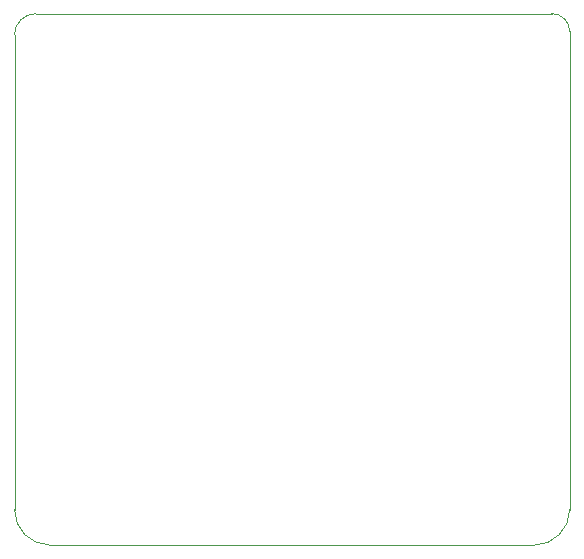
<source format=gm1>
%TF.GenerationSoftware,KiCad,Pcbnew,7.0.5-0*%
%TF.CreationDate,2024-02-18T18:21:39-05:00*%
%TF.ProjectId,BITSv5,42495453-7635-42e6-9b69-6361645f7063,2*%
%TF.SameCoordinates,Original*%
%TF.FileFunction,Profile,NP*%
%FSLAX46Y46*%
G04 Gerber Fmt 4.6, Leading zero omitted, Abs format (unit mm)*
G04 Created by KiCad (PCBNEW 7.0.5-0) date 2024-02-18 18:21:39*
%MOMM*%
%LPD*%
G01*
G04 APERTURE LIST*
%TA.AperFunction,Profile*%
%ADD10C,0.100000*%
%TD*%
G04 APERTURE END LIST*
D10*
X152200000Y-43700000D02*
G75*
G03*
X150700000Y-42200000I-1500000J0D01*
G01*
X107000000Y-42200000D02*
X150700000Y-42200000D01*
X105200000Y-84200000D02*
X105200000Y-44000000D01*
X149200000Y-87200000D02*
G75*
G03*
X152200000Y-84200000I0J3000000D01*
G01*
X152200000Y-84200000D02*
X152200000Y-43700000D01*
X149200000Y-87200000D02*
X108200000Y-87200000D01*
X105200000Y-84200000D02*
G75*
G03*
X108200000Y-87200000I3000000J0D01*
G01*
X107000000Y-42200000D02*
G75*
G03*
X105200000Y-44000000I0J-1800000D01*
G01*
M02*

</source>
